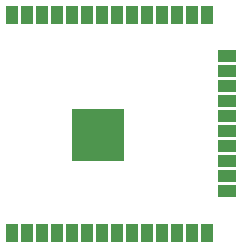
<source format=gtl>
G75*
%MOIN*%
%OFA0B0*%
%FSLAX25Y25*%
%IPPOS*%
%LPD*%
%AMOC8*
5,1,8,0,0,1.08239X$1,22.5*
%
%ADD10R,0.03937X0.05906*%
%ADD11R,0.05906X0.03937*%
%ADD12R,0.17717X0.17717*%
D10*
X0033441Y0007083D03*
X0038441Y0007083D03*
X0043441Y0007083D03*
X0048441Y0007083D03*
X0053441Y0007083D03*
X0058441Y0007083D03*
X0063441Y0007083D03*
X0068441Y0007083D03*
X0073441Y0007083D03*
X0078441Y0007083D03*
X0083441Y0007083D03*
X0088441Y0007083D03*
X0093441Y0007083D03*
X0098441Y0007083D03*
X0098441Y0079917D03*
X0093441Y0079917D03*
X0088441Y0079917D03*
X0083441Y0079917D03*
X0078441Y0079917D03*
X0073441Y0079917D03*
X0068441Y0079917D03*
X0063441Y0079917D03*
X0058441Y0079917D03*
X0053441Y0079917D03*
X0048441Y0079917D03*
X0043441Y0079917D03*
X0038441Y0079917D03*
X0033441Y0079917D03*
D11*
X0105291Y0066059D03*
X0105291Y0061059D03*
X0105291Y0056059D03*
X0105291Y0051059D03*
X0105291Y0046059D03*
X0105291Y0041059D03*
X0105291Y0036059D03*
X0105291Y0031059D03*
X0105291Y0026059D03*
X0105291Y0021059D03*
D12*
X0062299Y0039878D03*
M02*

</source>
